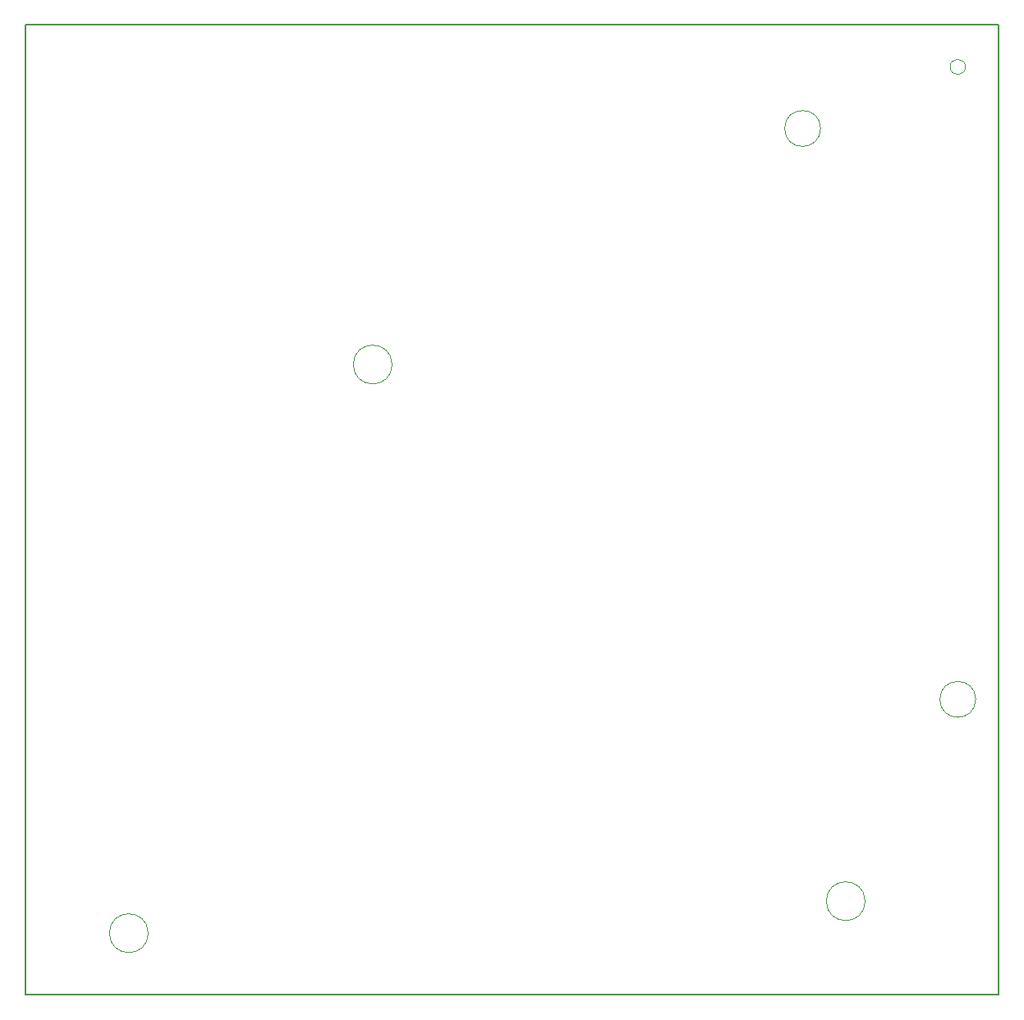
<source format=gm1>
%TF.GenerationSoftware,KiCad,Pcbnew,(7.0.0)*%
%TF.CreationDate,2023-04-24T14:01:16+02:00*%
%TF.ProjectId,main_v0.6,6d61696e-5f76-4302-9e36-2e6b69636164,rev?*%
%TF.SameCoordinates,Original*%
%TF.FileFunction,Profile,NP*%
%FSLAX46Y46*%
G04 Gerber Fmt 4.6, Leading zero omitted, Abs format (unit mm)*
G04 Created by KiCad (PCBNEW (7.0.0)) date 2023-04-24 14:01:16*
%MOMM*%
%LPD*%
G01*
G04 APERTURE LIST*
%TA.AperFunction,Profile*%
%ADD10C,0.100000*%
%TD*%
%TA.AperFunction,Profile*%
%ADD11C,0.200000*%
%TD*%
%TA.AperFunction,Profile*%
%ADD12C,0.020000*%
%TD*%
G04 APERTURE END LIST*
D10*
X102584000Y-142748000D02*
G75*
G03*
X102584000Y-142748000I-2000000J0D01*
G01*
X127730000Y-84074000D02*
G75*
G03*
X127730000Y-84074000I-2000000J0D01*
G01*
X176498000Y-139446000D02*
G75*
G03*
X176498000Y-139446000I-2000000J0D01*
G01*
D11*
X89916000Y-49022000D02*
X190246000Y-49022000D01*
X190246000Y-49022000D02*
X190246000Y-149098000D01*
X190246000Y-149098000D02*
X89916000Y-149098000D01*
X89916000Y-149098000D02*
X89916000Y-49022000D01*
D12*
%TO.C,BT1*%
X187904000Y-118618000D02*
G75*
G03*
X187904000Y-118618000I-1850000J0D01*
G01*
X171904000Y-59718000D02*
G75*
G03*
X171904000Y-59718000I-1850000J0D01*
G01*
X186839000Y-53368000D02*
G75*
G03*
X186839000Y-53368000I-785000J0D01*
G01*
%TD*%
M02*

</source>
